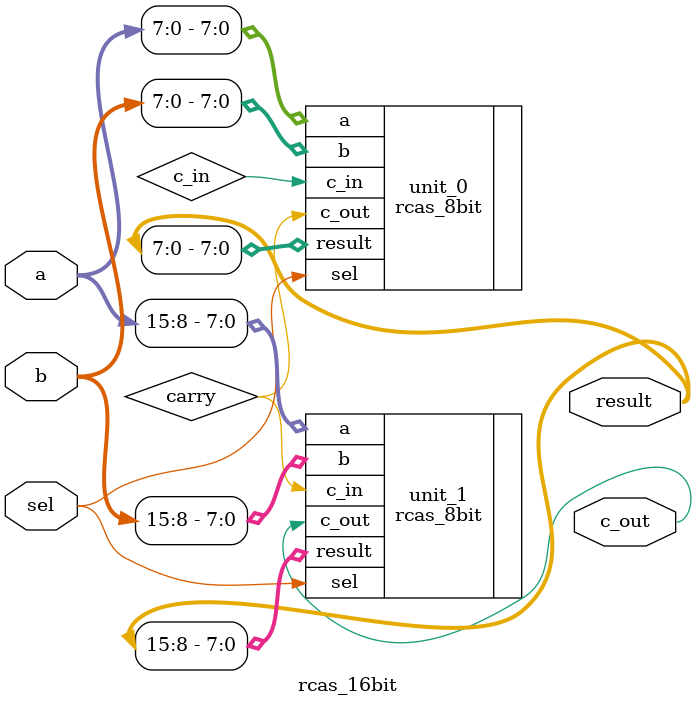
<source format=v>
module rcas_16bit(a, b, sel, result, c_out);
    input [15:0] a,b;
    input sel;
    output [15:0] result;
    output c_out;

    wire carry;
    rcas_8bit unit_0(
        .a(a[7:0]),
        .b(b[7:0]),
        .sel(sel),
        .result(result[7:0]),
        .c_in(c_in),
        .c_out(carry)
    );

    rcas_8bit unit_1(
        .a(a[15:8]),
        .b(b[15:8]),
        .sel(sel),
        .result(result[15:8]),
        .c_in(carry),
        .c_out(c_out)
    );
endmodule
</source>
